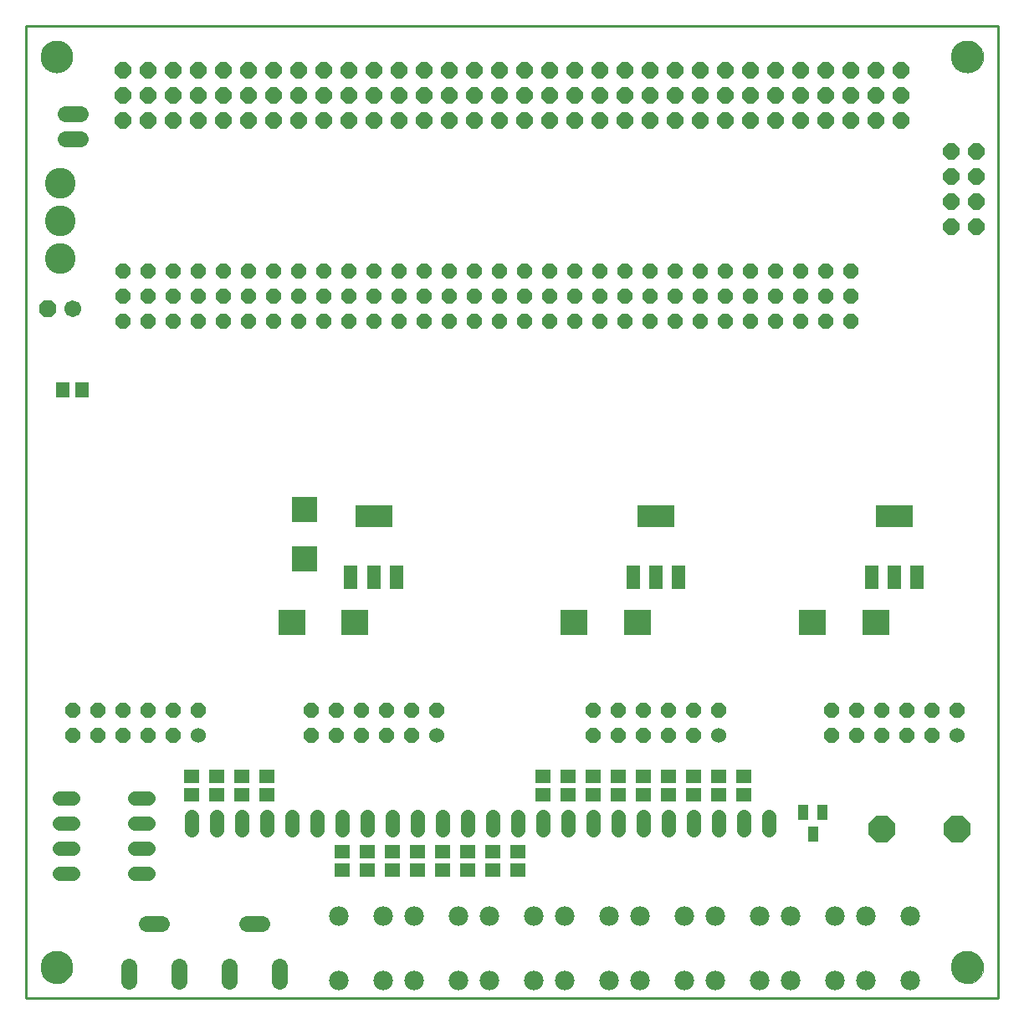
<source format=gbs>
G75*
G70*
%OFA0B0*%
%FSLAX24Y24*%
%IPPOS*%
%LPD*%
%AMOC8*
5,1,8,0,0,1.08239X$1,22.5*
%
%ADD10C,0.0100*%
%ADD11C,0.0000*%
%ADD12C,0.1300*%
%ADD13OC8,0.0640*%
%ADD14C,0.0640*%
%ADD15C,0.1221*%
%ADD16R,0.0631X0.0552*%
%ADD17C,0.0560*%
%ADD18C,0.0780*%
%ADD19OC8,0.1040*%
%ADD20R,0.0552X0.0631*%
%ADD21R,0.0434X0.0591*%
%ADD22C,0.0600*%
%ADD23OC8,0.0600*%
%ADD24R,0.0520X0.0920*%
%ADD25R,0.1457X0.0906*%
%ADD26OC8,0.0670*%
%ADD27C,0.0670*%
%ADD28R,0.1064X0.0985*%
%ADD29R,0.0985X0.0985*%
D10*
X002638Y000643D02*
X002638Y039398D01*
X041393Y039398D01*
X041393Y000643D01*
X002638Y000643D01*
D11*
X003238Y001874D02*
X003240Y001924D01*
X003246Y001974D01*
X003256Y002023D01*
X003270Y002071D01*
X003287Y002118D01*
X003308Y002163D01*
X003333Y002207D01*
X003361Y002248D01*
X003393Y002287D01*
X003427Y002324D01*
X003464Y002358D01*
X003504Y002388D01*
X003546Y002415D01*
X003590Y002439D01*
X003636Y002460D01*
X003683Y002476D01*
X003731Y002489D01*
X003781Y002498D01*
X003830Y002503D01*
X003881Y002504D01*
X003931Y002501D01*
X003980Y002494D01*
X004029Y002483D01*
X004077Y002468D01*
X004123Y002450D01*
X004168Y002428D01*
X004211Y002402D01*
X004252Y002373D01*
X004291Y002341D01*
X004327Y002306D01*
X004359Y002268D01*
X004389Y002228D01*
X004416Y002185D01*
X004439Y002141D01*
X004458Y002095D01*
X004474Y002047D01*
X004486Y001998D01*
X004494Y001949D01*
X004498Y001899D01*
X004498Y001849D01*
X004494Y001799D01*
X004486Y001750D01*
X004474Y001701D01*
X004458Y001653D01*
X004439Y001607D01*
X004416Y001563D01*
X004389Y001520D01*
X004359Y001480D01*
X004327Y001442D01*
X004291Y001407D01*
X004252Y001375D01*
X004211Y001346D01*
X004168Y001320D01*
X004123Y001298D01*
X004077Y001280D01*
X004029Y001265D01*
X003980Y001254D01*
X003931Y001247D01*
X003881Y001244D01*
X003830Y001245D01*
X003781Y001250D01*
X003731Y001259D01*
X003683Y001272D01*
X003636Y001288D01*
X003590Y001309D01*
X003546Y001333D01*
X003504Y001360D01*
X003464Y001390D01*
X003427Y001424D01*
X003393Y001461D01*
X003361Y001500D01*
X003333Y001541D01*
X003308Y001585D01*
X003287Y001630D01*
X003270Y001677D01*
X003256Y001725D01*
X003246Y001774D01*
X003240Y001824D01*
X003238Y001874D01*
X003238Y038168D02*
X003240Y038218D01*
X003246Y038268D01*
X003256Y038317D01*
X003270Y038365D01*
X003287Y038412D01*
X003308Y038457D01*
X003333Y038501D01*
X003361Y038542D01*
X003393Y038581D01*
X003427Y038618D01*
X003464Y038652D01*
X003504Y038682D01*
X003546Y038709D01*
X003590Y038733D01*
X003636Y038754D01*
X003683Y038770D01*
X003731Y038783D01*
X003781Y038792D01*
X003830Y038797D01*
X003881Y038798D01*
X003931Y038795D01*
X003980Y038788D01*
X004029Y038777D01*
X004077Y038762D01*
X004123Y038744D01*
X004168Y038722D01*
X004211Y038696D01*
X004252Y038667D01*
X004291Y038635D01*
X004327Y038600D01*
X004359Y038562D01*
X004389Y038522D01*
X004416Y038479D01*
X004439Y038435D01*
X004458Y038389D01*
X004474Y038341D01*
X004486Y038292D01*
X004494Y038243D01*
X004498Y038193D01*
X004498Y038143D01*
X004494Y038093D01*
X004486Y038044D01*
X004474Y037995D01*
X004458Y037947D01*
X004439Y037901D01*
X004416Y037857D01*
X004389Y037814D01*
X004359Y037774D01*
X004327Y037736D01*
X004291Y037701D01*
X004252Y037669D01*
X004211Y037640D01*
X004168Y037614D01*
X004123Y037592D01*
X004077Y037574D01*
X004029Y037559D01*
X003980Y037548D01*
X003931Y037541D01*
X003881Y037538D01*
X003830Y037539D01*
X003781Y037544D01*
X003731Y037553D01*
X003683Y037566D01*
X003636Y037582D01*
X003590Y037603D01*
X003546Y037627D01*
X003504Y037654D01*
X003464Y037684D01*
X003427Y037718D01*
X003393Y037755D01*
X003361Y037794D01*
X003333Y037835D01*
X003308Y037879D01*
X003287Y037924D01*
X003270Y037971D01*
X003256Y038019D01*
X003246Y038068D01*
X003240Y038118D01*
X003238Y038168D01*
X039532Y038168D02*
X039534Y038218D01*
X039540Y038268D01*
X039550Y038317D01*
X039564Y038365D01*
X039581Y038412D01*
X039602Y038457D01*
X039627Y038501D01*
X039655Y038542D01*
X039687Y038581D01*
X039721Y038618D01*
X039758Y038652D01*
X039798Y038682D01*
X039840Y038709D01*
X039884Y038733D01*
X039930Y038754D01*
X039977Y038770D01*
X040025Y038783D01*
X040075Y038792D01*
X040124Y038797D01*
X040175Y038798D01*
X040225Y038795D01*
X040274Y038788D01*
X040323Y038777D01*
X040371Y038762D01*
X040417Y038744D01*
X040462Y038722D01*
X040505Y038696D01*
X040546Y038667D01*
X040585Y038635D01*
X040621Y038600D01*
X040653Y038562D01*
X040683Y038522D01*
X040710Y038479D01*
X040733Y038435D01*
X040752Y038389D01*
X040768Y038341D01*
X040780Y038292D01*
X040788Y038243D01*
X040792Y038193D01*
X040792Y038143D01*
X040788Y038093D01*
X040780Y038044D01*
X040768Y037995D01*
X040752Y037947D01*
X040733Y037901D01*
X040710Y037857D01*
X040683Y037814D01*
X040653Y037774D01*
X040621Y037736D01*
X040585Y037701D01*
X040546Y037669D01*
X040505Y037640D01*
X040462Y037614D01*
X040417Y037592D01*
X040371Y037574D01*
X040323Y037559D01*
X040274Y037548D01*
X040225Y037541D01*
X040175Y037538D01*
X040124Y037539D01*
X040075Y037544D01*
X040025Y037553D01*
X039977Y037566D01*
X039930Y037582D01*
X039884Y037603D01*
X039840Y037627D01*
X039798Y037654D01*
X039758Y037684D01*
X039721Y037718D01*
X039687Y037755D01*
X039655Y037794D01*
X039627Y037835D01*
X039602Y037879D01*
X039581Y037924D01*
X039564Y037971D01*
X039550Y038019D01*
X039540Y038068D01*
X039534Y038118D01*
X039532Y038168D01*
X039532Y001874D02*
X039534Y001924D01*
X039540Y001974D01*
X039550Y002023D01*
X039564Y002071D01*
X039581Y002118D01*
X039602Y002163D01*
X039627Y002207D01*
X039655Y002248D01*
X039687Y002287D01*
X039721Y002324D01*
X039758Y002358D01*
X039798Y002388D01*
X039840Y002415D01*
X039884Y002439D01*
X039930Y002460D01*
X039977Y002476D01*
X040025Y002489D01*
X040075Y002498D01*
X040124Y002503D01*
X040175Y002504D01*
X040225Y002501D01*
X040274Y002494D01*
X040323Y002483D01*
X040371Y002468D01*
X040417Y002450D01*
X040462Y002428D01*
X040505Y002402D01*
X040546Y002373D01*
X040585Y002341D01*
X040621Y002306D01*
X040653Y002268D01*
X040683Y002228D01*
X040710Y002185D01*
X040733Y002141D01*
X040752Y002095D01*
X040768Y002047D01*
X040780Y001998D01*
X040788Y001949D01*
X040792Y001899D01*
X040792Y001849D01*
X040788Y001799D01*
X040780Y001750D01*
X040768Y001701D01*
X040752Y001653D01*
X040733Y001607D01*
X040710Y001563D01*
X040683Y001520D01*
X040653Y001480D01*
X040621Y001442D01*
X040585Y001407D01*
X040546Y001375D01*
X040505Y001346D01*
X040462Y001320D01*
X040417Y001298D01*
X040371Y001280D01*
X040323Y001265D01*
X040274Y001254D01*
X040225Y001247D01*
X040175Y001244D01*
X040124Y001245D01*
X040075Y001250D01*
X040025Y001259D01*
X039977Y001272D01*
X039930Y001288D01*
X039884Y001309D01*
X039840Y001333D01*
X039798Y001360D01*
X039758Y001390D01*
X039721Y001424D01*
X039687Y001461D01*
X039655Y001500D01*
X039627Y001541D01*
X039602Y001585D01*
X039581Y001630D01*
X039564Y001677D01*
X039550Y001725D01*
X039540Y001774D01*
X039534Y001824D01*
X039532Y001874D01*
D12*
X040162Y001874D03*
X040162Y038168D03*
X003868Y038168D03*
X003868Y001874D03*
D13*
X006500Y035627D03*
X006500Y036627D03*
X007500Y036627D03*
X007500Y035627D03*
X008500Y035627D03*
X008500Y036627D03*
X009500Y036627D03*
X009500Y035627D03*
X010500Y035627D03*
X010500Y036627D03*
X011500Y036627D03*
X012500Y036627D03*
X012500Y035627D03*
X011500Y035627D03*
X011500Y037627D03*
X010500Y037627D03*
X009500Y037627D03*
X008500Y037627D03*
X007500Y037627D03*
X006500Y037627D03*
X012500Y037627D03*
X013500Y037627D03*
X014500Y037627D03*
X015500Y037627D03*
X016500Y037627D03*
X017500Y037627D03*
X018500Y037627D03*
X019500Y037627D03*
X020500Y037627D03*
X021500Y037627D03*
X022500Y037627D03*
X023500Y037627D03*
X024500Y037627D03*
X025500Y037627D03*
X026500Y037627D03*
X027500Y037627D03*
X028500Y037627D03*
X029500Y037627D03*
X030500Y037627D03*
X031500Y037627D03*
X032500Y037627D03*
X033500Y037627D03*
X034500Y037627D03*
X035500Y037627D03*
X036500Y037627D03*
X037500Y037627D03*
X037500Y036627D03*
X036500Y036627D03*
X035500Y036627D03*
X035500Y035627D03*
X036500Y035627D03*
X037500Y035627D03*
X039500Y034377D03*
X039500Y033377D03*
X040500Y033377D03*
X040500Y034377D03*
X040500Y032377D03*
X040500Y031377D03*
X039500Y031377D03*
X039500Y032377D03*
X034500Y035627D03*
X034500Y036627D03*
X033500Y036627D03*
X033500Y035627D03*
X032500Y035627D03*
X032500Y036627D03*
X031500Y036627D03*
X030500Y036627D03*
X030500Y035627D03*
X031500Y035627D03*
X029500Y035627D03*
X029500Y036627D03*
X028500Y036627D03*
X028500Y035627D03*
X027500Y035627D03*
X027500Y036627D03*
X026500Y036627D03*
X025500Y036627D03*
X025500Y035627D03*
X026500Y035627D03*
X024500Y035627D03*
X024500Y036627D03*
X023500Y036627D03*
X023500Y035627D03*
X022500Y035627D03*
X022500Y036627D03*
X021500Y036627D03*
X020500Y036627D03*
X020500Y035627D03*
X021500Y035627D03*
X019500Y035627D03*
X019500Y036627D03*
X018500Y036627D03*
X018500Y035627D03*
X017500Y035627D03*
X017500Y036627D03*
X016500Y036627D03*
X015500Y036627D03*
X015500Y035627D03*
X016500Y035627D03*
X014500Y035627D03*
X014500Y036627D03*
X013500Y036627D03*
X013500Y035627D03*
D14*
X004800Y035877D02*
X004200Y035877D01*
X004200Y034877D02*
X004800Y034877D01*
X007450Y003627D02*
X008050Y003627D01*
X008750Y001927D02*
X008750Y001327D01*
X006750Y001327D02*
X006750Y001927D01*
X010750Y001927D02*
X010750Y001327D01*
X012750Y001327D02*
X012750Y001927D01*
X012050Y003627D02*
X011450Y003627D01*
D15*
X004000Y030127D03*
X004000Y031627D03*
X004000Y033127D03*
D16*
X009250Y009501D03*
X009250Y008753D03*
X010250Y008753D03*
X010250Y009501D03*
X011250Y009501D03*
X011250Y008753D03*
X012250Y008753D03*
X012250Y009501D03*
X015250Y006501D03*
X015250Y005753D03*
X016250Y005753D03*
X016250Y006501D03*
X017250Y006501D03*
X017250Y005753D03*
X018250Y005753D03*
X018250Y006501D03*
X019250Y006501D03*
X019250Y005753D03*
X020250Y005753D03*
X020250Y006501D03*
X021250Y006501D03*
X021250Y005753D03*
X022250Y005753D03*
X022250Y006501D03*
X023250Y008753D03*
X023250Y009501D03*
X024250Y009501D03*
X024250Y008753D03*
X025250Y008753D03*
X025250Y009501D03*
X026250Y009501D03*
X026250Y008753D03*
X027250Y008753D03*
X027250Y009501D03*
X028250Y009501D03*
X028250Y008753D03*
X029250Y008753D03*
X029250Y009501D03*
X030250Y009501D03*
X030250Y008753D03*
X031250Y008753D03*
X031250Y009501D03*
D17*
X031250Y007887D02*
X031250Y007367D01*
X030250Y007367D02*
X030250Y007887D01*
X029250Y007887D02*
X029250Y007367D01*
X028250Y007367D02*
X028250Y007887D01*
X027250Y007887D02*
X027250Y007367D01*
X026250Y007367D02*
X026250Y007887D01*
X025250Y007887D02*
X025250Y007367D01*
X024250Y007367D02*
X024250Y007887D01*
X023250Y007887D02*
X023250Y007367D01*
X022250Y007367D02*
X022250Y007887D01*
X021250Y007887D02*
X021250Y007367D01*
X020250Y007367D02*
X020250Y007887D01*
X019250Y007887D02*
X019250Y007367D01*
X018250Y007367D02*
X018250Y007887D01*
X017250Y007887D02*
X017250Y007367D01*
X016250Y007367D02*
X016250Y007887D01*
X015250Y007887D02*
X015250Y007367D01*
X014250Y007367D02*
X014250Y007887D01*
X013250Y007887D02*
X013250Y007367D01*
X012250Y007367D02*
X012250Y007887D01*
X011250Y007887D02*
X011250Y007367D01*
X010250Y007367D02*
X010250Y007887D01*
X009250Y007887D02*
X009250Y007367D01*
X007510Y007627D02*
X006990Y007627D01*
X006990Y008627D02*
X007510Y008627D01*
X007510Y006627D02*
X006990Y006627D01*
X006990Y005627D02*
X007510Y005627D01*
X004510Y005627D02*
X003990Y005627D01*
X003990Y006627D02*
X004510Y006627D01*
X004510Y007627D02*
X003990Y007627D01*
X003990Y008627D02*
X004510Y008627D01*
X032250Y007887D02*
X032250Y007367D01*
D18*
X031890Y003907D03*
X033110Y003907D03*
X034890Y003907D03*
X036110Y003907D03*
X037890Y003907D03*
X037890Y001347D03*
X036110Y001347D03*
X034890Y001347D03*
X033110Y001347D03*
X031890Y001347D03*
X030110Y001347D03*
X028890Y001347D03*
X027110Y001347D03*
X025890Y001347D03*
X024110Y001347D03*
X022890Y001347D03*
X021110Y001347D03*
X019890Y001347D03*
X018110Y001347D03*
X016890Y001347D03*
X015110Y001347D03*
X015110Y003907D03*
X016890Y003907D03*
X018110Y003907D03*
X019890Y003907D03*
X021110Y003907D03*
X022890Y003907D03*
X024110Y003907D03*
X025890Y003907D03*
X027110Y003907D03*
X028890Y003907D03*
X030110Y003907D03*
D19*
X036750Y007377D03*
X039750Y007377D03*
D20*
X004874Y024877D03*
X004126Y024877D03*
D21*
X033626Y008060D03*
X034374Y008060D03*
X034000Y007194D03*
D22*
X030250Y011127D03*
X039750Y011127D03*
X019000Y011127D03*
X009500Y011127D03*
D23*
X009500Y012127D03*
X008500Y012127D03*
X008500Y011127D03*
X007500Y011127D03*
X007500Y012127D03*
X006500Y012127D03*
X005500Y012127D03*
X005500Y011127D03*
X006500Y011127D03*
X004500Y011127D03*
X004500Y012127D03*
X014000Y012127D03*
X015000Y012127D03*
X015000Y011127D03*
X014000Y011127D03*
X016000Y011127D03*
X016000Y012127D03*
X017000Y012127D03*
X017000Y011127D03*
X018000Y011127D03*
X018000Y012127D03*
X019000Y012127D03*
X025250Y012127D03*
X026250Y012127D03*
X026250Y011127D03*
X025250Y011127D03*
X027250Y011127D03*
X027250Y012127D03*
X028250Y012127D03*
X028250Y011127D03*
X029250Y011127D03*
X029250Y012127D03*
X030250Y012127D03*
X034750Y012127D03*
X035750Y012127D03*
X035750Y011127D03*
X034750Y011127D03*
X036750Y011127D03*
X036750Y012127D03*
X037750Y012127D03*
X038750Y012127D03*
X038750Y011127D03*
X037750Y011127D03*
X039750Y012127D03*
X035500Y027627D03*
X035500Y028627D03*
X035500Y029627D03*
X034500Y029627D03*
X033500Y029627D03*
X032500Y029627D03*
X031500Y029627D03*
X030500Y029627D03*
X029500Y029627D03*
X028500Y029627D03*
X027500Y029627D03*
X026500Y029627D03*
X025500Y029627D03*
X024500Y029627D03*
X023500Y029627D03*
X022500Y029627D03*
X021500Y029627D03*
X020500Y029627D03*
X019500Y029627D03*
X018500Y029627D03*
X017500Y029627D03*
X016500Y029627D03*
X015500Y029627D03*
X014500Y029627D03*
X013500Y029627D03*
X012500Y029627D03*
X011500Y029627D03*
X010500Y029627D03*
X009500Y029627D03*
X008500Y029627D03*
X007500Y029627D03*
X006500Y029627D03*
X006500Y028627D03*
X007500Y028627D03*
X007500Y027627D03*
X006500Y027627D03*
X008500Y027627D03*
X008500Y028627D03*
X009500Y028627D03*
X009500Y027627D03*
X010500Y027627D03*
X010500Y028627D03*
X011500Y028627D03*
X012500Y028627D03*
X012500Y027627D03*
X011500Y027627D03*
X013500Y027627D03*
X013500Y028627D03*
X014500Y028627D03*
X014500Y027627D03*
X015500Y027627D03*
X015500Y028627D03*
X016500Y028627D03*
X017500Y028627D03*
X017500Y027627D03*
X016500Y027627D03*
X018500Y027627D03*
X018500Y028627D03*
X019500Y028627D03*
X019500Y027627D03*
X020500Y027627D03*
X020500Y028627D03*
X021500Y028627D03*
X022500Y028627D03*
X022500Y027627D03*
X021500Y027627D03*
X023500Y027627D03*
X023500Y028627D03*
X024500Y028627D03*
X024500Y027627D03*
X025500Y027627D03*
X025500Y028627D03*
X026500Y028627D03*
X027500Y028627D03*
X027500Y027627D03*
X026500Y027627D03*
X028500Y027627D03*
X028500Y028627D03*
X029500Y028627D03*
X029500Y027627D03*
X030500Y027627D03*
X030500Y028627D03*
X031500Y028627D03*
X032500Y028627D03*
X032500Y027627D03*
X031500Y027627D03*
X033500Y027627D03*
X033500Y028627D03*
X034500Y028627D03*
X034500Y027627D03*
D24*
X036340Y017407D03*
X037250Y017407D03*
X038160Y017407D03*
X028660Y017407D03*
X027750Y017407D03*
X026840Y017407D03*
X017410Y017407D03*
X016500Y017407D03*
X015590Y017407D03*
D25*
X016500Y019847D03*
X027750Y019847D03*
X037250Y019847D03*
D26*
X003500Y028127D03*
D27*
X004500Y028127D03*
D28*
X013240Y015627D03*
X015760Y015627D03*
X024490Y015627D03*
X027010Y015627D03*
X033990Y015627D03*
X036510Y015627D03*
D29*
X013750Y018142D03*
X013750Y020111D03*
M02*

</source>
